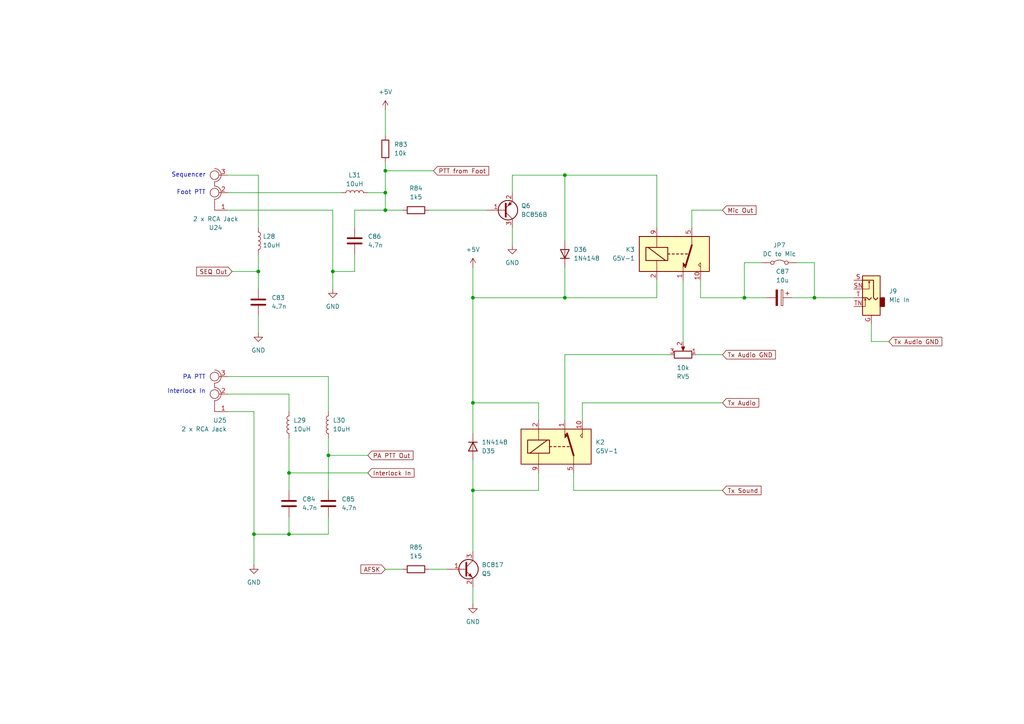
<source format=kicad_sch>
(kicad_sch (version 20231120) (generator "eeschema") (generator_version "8.0")
  (paper "A4")
  (title_block (rev "0.1"))
  (lib_symbols
    (symbol "Connector_Audio:AudioJack2_Ground_Switch"
      (property "Reference" "J" (at 0 11.43 0))
      (property "Value" "AudioJack2_Ground_Switch" (at 0 8.89 0))
      (symbol "AudioJack2_Ground_Switch_0_1"
        (rectangle (start -2.54 -2.54) (end -3.81 0) (stroke (width 0.254)) (fill (type outline)))
        (rectangle (start 2.54 6.35) (end -2.54 -5.08) (stroke (width 0.254)) (fill (type background)))
      )
      (symbol "AudioJack2_Ground_Switch_1_1"
        (polyline (pts (xy 0.635 4.826) (xy 0.889 4.318)))
        (polyline (pts (xy 1.778 -0.254) (xy 2.032 -0.762)))
        (polyline (pts (xy 0 0) (xy 0.635 -0.635) (xy 1.27 0) (xy 2.54 0)) (stroke (width 0.254)))
        (polyline (pts (xy 2.54 -2.54) (xy 1.778 -2.54) (xy 1.778 -0.254) (xy 1.524 -0.762)))
        (polyline (pts (xy 2.54 2.54) (xy 0.635 2.54) (xy 0.635 4.826) (xy 0.381 4.318)))
        (polyline (pts (xy 2.54 5.08) (xy -0.635 5.08) (xy -0.635 0) (xy -1.27 -0.635) (xy -1.905 0)) (stroke (width 0.254)))
        (pin passive line (at 0 -7.62 90) (length 2.54) (name "~") (number "G"))
        (pin passive line (at 5.08 5.08 180) (length 2.54) (name "~") (number "S"))
        (pin passive line (at 5.08 2.54 180) (length 2.54) (name "~") (number "SN"))
        (pin passive line (at 5.08 0 180) (length 2.54) (name "~") (number "T"))
        (pin passive line (at 5.08 -2.54 180) (length 2.54) (name "~") (number "TN"))
      )
    )
    (symbol "Device:C" (pin_numbers hide) (pin_names (offset 0.254))
      (property "Reference" "C" (at 0.635 2.54 0))
      (property "Value" "C" (at 0.635 -2.54 0))
      (symbol "C_0_1"
        (polyline (pts (xy -2.032 -0.762) (xy 2.032 -0.762)) (stroke (width 0.508)))
        (polyline (pts (xy -2.032 0.762) (xy 2.032 0.762)) (stroke (width 0.508)))
      )
      (symbol "C_1_1"
        (pin passive line (at 0 3.81 270) (length 2.794) (name "~") (number "1"))
        (pin passive line (at 0 -3.81 90) (length 2.794) (name "~") (number "2"))
      )
    )
    (symbol "Device:C_Polarized" (pin_numbers hide) (pin_names (offset 0.254))
      (property "Reference" "C" (at 0.635 2.54 0))
      (property "Value" "C_Polarized" (at 0.635 -2.54 0))
      (symbol "C_Polarized_0_1"
        (rectangle (start -2.286 0.508) (end 2.286 1.016))
        (polyline (pts (xy -1.778 2.286) (xy -0.762 2.286)))
        (polyline (pts (xy -1.27 2.794) (xy -1.27 1.778)))
        (rectangle (start 2.286 -0.508) (end -2.286 -1.016) (fill (type outline)))
      )
      (symbol "C_Polarized_1_1"
        (pin passive line (at 0 3.81 270) (length 2.794) (name "~") (number "1"))
        (pin passive line (at 0 -3.81 90) (length 2.794) (name "~") (number "2"))
      )
    )
    (symbol "Device:L" (pin_numbers hide) (pin_names (offset 1.016) hide)
      (property "Reference" "L" (at -1.27 0 90))
      (property "Value" "L" (at 1.905 0 90))
      (symbol "L_0_1"
        (arc (start 0 -2.54) (mid 0.6323 -1.905) (end 0 -1.27))
        (arc (start 0 -1.27) (mid 0.6323 -0.635) (end 0 0))
        (arc (start 0 0) (mid 0.6323 0.635) (end 0 1.27))
        (arc (start 0 1.27) (mid 0.6323 1.905) (end 0 2.54))
      )
      (symbol "L_1_1"
        (pin passive line (at 0 3.81 270) (length 1.27) (name "1") (number "1"))
        (pin passive line (at 0 -3.81 90) (length 1.27) (name "2") (number "2"))
      )
    )
    (symbol "Device:R" (pin_numbers hide) (pin_names (offset 0))
      (property "Reference" "R" (at 2.032 0 90))
      (property "Value" "R" (at 0 0 90))
      (symbol "R_0_1"
        (rectangle (start -1.016 -2.54) (end 1.016 2.54) (stroke (width 0.254)))
      )
      (symbol "R_1_1"
        (pin passive line (at 0 3.81 270) (length 1.27) (name "~") (number "1"))
        (pin passive line (at 0 -3.81 90) (length 1.27) (name "~") (number "2"))
      )
    )
    (symbol "Device:R_Potentiometer" (pin_names (offset 1.016) hide)
      (property "Reference" "RV" (at -4.445 0 90))
      (property "Value" "R_Potentiometer" (at -2.54 0 90))
      (symbol "R_Potentiometer_0_1"
        (polyline (pts (xy 2.54 0) (xy 1.524 0)))
        (polyline (pts (xy 1.143 0) (xy 2.286 0.508) (xy 2.286 -0.508) (xy 1.143 0)) (fill (type outline)))
        (rectangle (start 1.016 2.54) (end -1.016 -2.54) (stroke (width 0.254)))
      )
      (symbol "R_Potentiometer_1_1"
        (pin passive line (at 0 3.81 270) (length 1.27) (name "1") (number "1"))
        (pin passive line (at 3.81 0 180) (length 1.27) (name "2") (number "2"))
        (pin passive line (at 0 -3.81 90) (length 1.27) (name "3") (number "3"))
      )
    )
    (symbol "Diode:1N4148" (pin_numbers hide) (pin_names hide)
      (property "Reference" "D" (at 0 2.54 0))
      (property "Value" "1N4148" (at 0 -2.54 0))
      (symbol "1N4148_0_1"
        (polyline (pts (xy -1.27 1.27) (xy -1.27 -1.27)) (stroke (width 0.254)))
        (polyline (pts (xy 1.27 0) (xy -1.27 0)))
        (polyline (pts (xy 1.27 1.27) (xy 1.27 -1.27) (xy -1.27 0) (xy 1.27 1.27)) (stroke (width 0.254)))
      )
      (symbol "1N4148_1_1"
        (pin passive line (at -3.81 0 0) (length 2.54) (name "K") (number "1"))
        (pin passive line (at 3.81 0 180) (length 2.54) (name "A") (number "2"))
      )
    )
    (symbol "Jumper:Jumper_2_Bridged" (pin_numbers hide) (pin_names (offset 0) hide) (exclude_from_sim yes)
      (property "Reference" "JP" (at 0 1.905 0))
      (property "Value" "Jumper_2_Bridged" (at 0 -2.54 0))
      (symbol "Jumper_2_Bridged_0_0"
        (circle (center -2.032 0) (radius 0.508))
        (circle (center 2.032 0) (radius 0.508))
      )
      (symbol "Jumper_2_Bridged_0_1"
        (arc (start 1.524 0.254) (mid 0 0.762) (end -1.524 0.254))
      )
      (symbol "Jumper_2_Bridged_1_1"
        (pin passive line (at -5.08 0 0) (length 2.54) (name "A") (number "1"))
        (pin passive line (at 5.08 0 180) (length 2.54) (name "B") (number "2"))
      )
    )
    (symbol "My_Parts:Dual_RCA_Jack"
      (property "Reference" "U" (at -3.556 -13.462 0))
      (property "Value" "2 x RCA Jack" (at -3.81 -15.748 0))
      (symbol "Dual_RCA_Jack_0_1"
        (arc (start -3.81 -12.065) (mid -2.463 -11.507) (end -1.905 -10.16))
        (circle (center -3.81 -10.16) (radius 1.27))
        (arc (start -3.81 -6.985) (mid -2.463 -6.427) (end -1.905 -5.08))
        (circle (center -3.81 -5.08) (radius 1.27))
        (arc (start -1.905 -10.16) (mid -2.463 -8.813) (end -3.81 -8.255))
        (arc (start -1.905 -5.08) (mid -2.463 -3.733) (end -3.81 -3.175))
        (polyline (pts (xy -3.81 -8.255) (xy -3.81 -7.62)))
        (polyline (pts (xy -3.81 -6.985) (xy -3.81 -7.62)))
        (polyline (pts (xy -2.54 0) (xy -3.81 0) (xy -3.81 -3.175)))
      )
      (symbol "Dual_RCA_Jack_1_1"
        (pin bidirectional line (at 0 0 180) (length 2.54) (name "") (number "1"))
        (pin bidirectional line (at 0 -5.08 180) (length 2.54) (name "") (number "2"))
        (pin bidirectional line (at 0 -10.16 180) (length 2.54) (name "") (number "3"))
      )
    )
    (symbol "Relay:G5V-1"
      (property "Reference" "K" (at 11.43 3.81 0))
      (property "Value" "G5V-1" (at 11.43 1.27 0))
      (symbol "G5V-1_0_0"
        (polyline (pts (xy 7.62 5.08) (xy 7.62 2.54) (xy 6.985 3.175) (xy 7.62 3.81)))
      )
      (symbol "G5V-1_0_1"
        (rectangle (start -10.16 5.08) (end 10.16 -5.08) (stroke (width 0.254)) (fill (type background)))
        (rectangle (start -8.255 1.905) (end -1.905 -1.905) (stroke (width 0.254)))
        (polyline (pts (xy -7.62 -1.905) (xy -2.54 1.905)) (stroke (width 0.254)))
        (polyline (pts (xy -5.08 -5.08) (xy -5.08 -1.905)))
        (polyline (pts (xy -5.08 5.08) (xy -5.08 1.905)))
        (polyline (pts (xy -1.905 0) (xy -1.27 0)) (stroke (width 0.254)))
        (polyline (pts (xy -0.635 0) (xy 0 0)) (stroke (width 0.254)))
        (polyline (pts (xy 0.635 0) (xy 1.27 0)) (stroke (width 0.254)))
        (polyline (pts (xy 1.905 0) (xy 2.54 0)) (stroke (width 0.254)))
        (polyline (pts (xy 3.175 0) (xy 3.81 0)) (stroke (width 0.254)))
        (polyline (pts (xy 5.08 -2.54) (xy 3.175 3.81)) (stroke (width 0.508)))
        (polyline (pts (xy 5.08 -2.54) (xy 5.08 -5.08)))
        (polyline (pts (xy 2.54 5.08) (xy 2.54 2.54) (xy 3.175 3.175) (xy 2.54 3.81)) (fill (type outline)))
      )
      (symbol "G5V-1_1_1"
        (pin passive line (at 2.54 7.62 270) (length 2.54) (name "~") (number "1"))
        (pin passive line (at 7.62 7.62 270) (length 2.54) (name "~") (number "10"))
        (pin passive line (at -5.08 7.62 270) (length 2.54) (name "~") (number "2"))
        (pin passive line (at 5.08 -7.62 90) (length 2.54) (name "~") (number "5"))
        (pin passive line (at 5.08 -7.62 90) (length 2.54) hide (name "~") (number "6"))
        (pin passive line (at -5.08 -7.62 90) (length 2.54) (name "~") (number "9"))
      )
    )
    (symbol "Transistor_BJT:BC817" (pin_names (offset 0) hide)
      (property "Reference" "Q" (at 5.08 1.905 0))
      (property "Value" "BC817" (at 5.08 0 0))
      (symbol "BC817_0_1"
        (polyline (pts (xy 0.635 0.635) (xy 2.54 2.54)))
        (polyline (pts (xy 0.635 -0.635) (xy 2.54 -2.54) (xy 2.54 -2.54)))
        (polyline (pts (xy 0.635 1.905) (xy 0.635 -1.905) (xy 0.635 -1.905)) (stroke (width 0.508)))
        (polyline (pts (xy 1.27 -1.778) (xy 1.778 -1.27) (xy 2.286 -2.286) (xy 1.27 -1.778) (xy 1.27 -1.778)) (fill (type outline)))
        (circle (center 1.27 0) (radius 2.8194) (stroke (width 0.254)))
      )
      (symbol "BC817_1_1"
        (pin input line (at -5.08 0 0) (length 5.715) (name "B") (number "1"))
        (pin passive line (at 2.54 -5.08 90) (length 2.54) (name "E") (number "2"))
        (pin passive line (at 2.54 5.08 270) (length 2.54) (name "C") (number "3"))
      )
    )
    (symbol "Transistor_BJT:BC856" (pin_names (offset 0) hide)
      (property "Reference" "Q" (at 5.08 1.905 0))
      (property "Value" "BC856" (at 5.08 0 0))
      (symbol "BC856_0_1"
        (polyline (pts (xy 0.635 0.635) (xy 2.54 2.54)))
        (polyline (pts (xy 0.635 -0.635) (xy 2.54 -2.54) (xy 2.54 -2.54)))
        (polyline (pts (xy 0.635 1.905) (xy 0.635 -1.905) (xy 0.635 -1.905)) (stroke (width 0.508)))
        (polyline (pts (xy 2.286 -1.778) (xy 1.778 -2.286) (xy 1.27 -1.27) (xy 2.286 -1.778) (xy 2.286 -1.778)) (fill (type outline)))
        (circle (center 1.27 0) (radius 2.8194) (stroke (width 0.254)))
      )
      (symbol "BC856_1_1"
        (pin input line (at -5.08 0 0) (length 5.715) (name "B") (number "1"))
        (pin passive line (at 2.54 -5.08 90) (length 2.54) (name "E") (number "2"))
        (pin passive line (at 2.54 5.08 270) (length 2.54) (name "C") (number "3"))
      )
    )
    (symbol "power:+5V" (power) (pin_numbers hide) (pin_names (offset 0) hide)
      (property "Value" "+5V" (at 0 3.556 0))
      (symbol "+5V_0_1"
        (polyline (pts (xy -0.762 1.27) (xy 0 2.54)))
        (polyline (pts (xy 0 0) (xy 0 2.54)))
        (polyline (pts (xy 0 2.54) (xy 0.762 1.27)))
      )
      (symbol "+5V_1_1"
        (pin power_in line (at 0 0 90) (length 0) (name "~") (number "1"))
      )
    )
    (symbol "power:GND" (power) (pin_numbers hide) (pin_names (offset 0) hide)
      (property "Value" "GND" (at 0 -3.81 0))
      (symbol "GND_0_1"
        (polyline (pts (xy 0 0) (xy 0 -1.27) (xy 1.27 -1.27) (xy 0 -2.54) (xy -1.27 -1.27) (xy 0 -1.27)))
      )
      (symbol "GND_1_1"
        (pin power_in line (at 0 0 270) (length 0) (name "~") (number "1"))
      )
    )
  )
  (junction (at 111.76 49.53))
  (junction (at 83.82 137.16))
  (junction (at 236.22 86.36))
  (junction (at 74.93 78.74))
  (junction (at 215.9 86.36))
  (junction (at 73.66 154.94))
  (junction (at 137.16 86.36))
  (junction (at 163.83 86.36))
  (junction (at 137.16 116.84))
  (junction (at 111.76 60.96))
  (junction (at 111.76 55.88))
  (junction (at 95.25 132.08))
  (junction (at 137.16 142.24))
  (junction (at 163.83 50.8))
  (junction (at 96.52 78.74))
  (junction (at 83.82 154.94))
  (wire (pts (xy 137.16 142.24) (xy 137.16 160.02)))
  (wire (pts (xy 137.16 170.18) (xy 137.16 175.26)))
  (wire (pts (xy 111.76 31.75) (xy 111.76 39.37)))
  (wire (pts (xy 95.25 127) (xy 95.25 132.08)))
  (wire (pts (xy 148.59 55.88) (xy 148.59 50.8)))
  (wire (pts (xy 124.46 165.1) (xy 129.54 165.1)))
  (wire (pts (xy 96.52 60.96) (xy 96.52 78.74)))
  (wire (pts (xy 83.82 149.86) (xy 83.82 154.94)))
  (wire (pts (xy 137.16 116.84) (xy 156.21 116.84)))
  (wire (pts (xy 83.82 119.38) (xy 83.82 114.3)))
  (wire (pts (xy 215.9 76.2) (xy 215.9 86.36)))
  (wire (pts (xy 257.81 99.06) (xy 252.73 99.06)))
  (wire (pts (xy 73.66 119.38) (xy 73.66 154.94)))
  (wire (pts (xy 83.82 114.3) (xy 66.04 114.3)))
  (wire (pts (xy 96.52 78.74) (xy 102.87 78.74)))
  (wire (pts (xy 83.82 137.16) (xy 83.82 142.24)))
  (wire (pts (xy 215.9 86.36) (xy 222.25 86.36)))
  (wire (pts (xy 236.22 86.36) (xy 247.65 86.36)))
  (wire (pts (xy 201.93 102.87) (xy 209.55 102.87)))
  (wire (pts (xy 148.59 66.04) (xy 148.59 71.12)))
  (wire (pts (xy 124.46 60.96) (xy 140.97 60.96)))
  (wire (pts (xy 67.31 78.74) (xy 74.93 78.74)))
  (wire (pts (xy 190.5 50.8) (xy 190.5 66.04)))
  (wire (pts (xy 66.04 119.38) (xy 73.66 119.38)))
  (wire (pts (xy 102.87 73.66) (xy 102.87 78.74)))
  (wire (pts (xy 252.73 99.06) (xy 252.73 93.98)))
  (wire (pts (xy 111.76 165.1) (xy 116.84 165.1)))
  (wire (pts (xy 111.76 49.53) (xy 125.73 49.53)))
  (wire (pts (xy 168.91 121.92) (xy 168.91 116.84)))
  (wire (pts (xy 236.22 76.2) (xy 236.22 86.36)))
  (wire (pts (xy 209.55 60.96) (xy 200.66 60.96)))
  (wire (pts (xy 111.76 49.53) (xy 111.76 55.88)))
  (wire (pts (xy 148.59 50.8) (xy 163.83 50.8)))
  (wire (pts (xy 163.83 102.87) (xy 194.31 102.87)))
  (wire (pts (xy 166.37 142.24) (xy 166.37 137.16)))
  (wire (pts (xy 156.21 142.24) (xy 137.16 142.24)))
  (wire (pts (xy 116.84 60.96) (xy 111.76 60.96)))
  (wire (pts (xy 198.12 81.28) (xy 198.12 99.06)))
  (wire (pts (xy 200.66 60.96) (xy 200.66 66.04)))
  (wire (pts (xy 73.66 154.94) (xy 73.66 163.83)))
  (wire (pts (xy 102.87 60.96) (xy 102.87 66.04)))
  (wire (pts (xy 220.98 76.2) (xy 215.9 76.2)))
  (wire (pts (xy 137.16 125.73) (xy 137.16 116.84)))
  (wire (pts (xy 111.76 55.88) (xy 111.76 60.96)))
  (wire (pts (xy 74.93 50.8) (xy 74.93 66.04)))
  (wire (pts (xy 111.76 46.99) (xy 111.76 49.53)))
  (wire (pts (xy 106.68 137.16) (xy 83.82 137.16)))
  (wire (pts (xy 163.83 77.47) (xy 163.83 86.36)))
  (wire (pts (xy 66.04 109.22) (xy 95.25 109.22)))
  (wire (pts (xy 156.21 137.16) (xy 156.21 142.24)))
  (wire (pts (xy 95.25 109.22) (xy 95.25 119.38)))
  (wire (pts (xy 137.16 86.36) (xy 163.83 86.36)))
  (wire (pts (xy 74.93 78.74) (xy 74.93 83.82)))
  (wire (pts (xy 106.68 55.88) (xy 111.76 55.88)))
  (wire (pts (xy 163.83 121.92) (xy 163.83 102.87)))
  (wire (pts (xy 137.16 86.36) (xy 137.16 116.84)))
  (wire (pts (xy 73.66 154.94) (xy 83.82 154.94)))
  (wire (pts (xy 96.52 78.74) (xy 96.52 83.82)))
  (wire (pts (xy 203.2 86.36) (xy 215.9 86.36)))
  (wire (pts (xy 74.93 73.66) (xy 74.93 78.74)))
  (wire (pts (xy 95.25 132.08) (xy 95.25 142.24)))
  (wire (pts (xy 231.14 76.2) (xy 236.22 76.2)))
  (wire (pts (xy 95.25 132.08) (xy 106.68 132.08)))
  (wire (pts (xy 66.04 55.88) (xy 99.06 55.88)))
  (wire (pts (xy 137.16 77.47) (xy 137.16 86.36)))
  (wire (pts (xy 83.82 154.94) (xy 95.25 154.94)))
  (wire (pts (xy 111.76 60.96) (xy 102.87 60.96)))
  (wire (pts (xy 168.91 116.84) (xy 209.55 116.84)))
  (wire (pts (xy 137.16 133.35) (xy 137.16 142.24)))
  (wire (pts (xy 203.2 81.28) (xy 203.2 86.36)))
  (wire (pts (xy 163.83 50.8) (xy 190.5 50.8)))
  (wire (pts (xy 156.21 116.84) (xy 156.21 121.92)))
  (wire (pts (xy 163.83 86.36) (xy 190.5 86.36)))
  (wire (pts (xy 83.82 127) (xy 83.82 137.16)))
  (wire (pts (xy 95.25 149.86) (xy 95.25 154.94)))
  (wire (pts (xy 229.87 86.36) (xy 236.22 86.36)))
  (wire (pts (xy 190.5 81.28) (xy 190.5 86.36)))
  (wire (pts (xy 74.93 91.44) (xy 74.93 96.52)))
  (wire (pts (xy 209.55 142.24) (xy 166.37 142.24)))
  (wire (pts (xy 66.04 60.96) (xy 96.52 60.96)))
  (wire (pts (xy 163.83 69.85) (xy 163.83 50.8)))
  (wire (pts (xy 66.04 50.8) (xy 74.93 50.8)))
  (text "Sequencer" (at 59.69 50.8 0) (effects (font (size 1.27 1.27)) (justify right)))
  (text "Foot PTT" (at 59.69 55.88 0) (effects (font (size 1.27 1.27)) (justify right)))
  (text "PA PTT" (at 59.69 109.474 0) (effects (font (size 1.27 1.27)) (justify right)))
  (text "Interlock In" (at 59.69 114.3 0) (effects (font (size 1.27 1.27)) (justify right bottom)))
  (global_label "Mic Out" (shape input) (at 209.55 60.96 0) (property "Intersheetrefs" "${INTERSHEET_REFS}" (effects (hide yes))))
  (global_label "AFSK" (shape input) (at 111.76 165.1 180) (property "Intersheetrefs" "${INTERSHEET_REFS}" (effects (hide yes))))
  (global_label "Tx Audio" (shape input) (at 209.55 116.84 0) (property "Intersheetrefs" "${INTERSHEET_REFS}" (effects (hide yes))))
  (global_label "Tx Audio GND" (shape input) (at 257.81 99.06 0) (property "Intersheetrefs" "${INTERSHEET_REFS}" (effects (hide yes))))
  (global_label "PA PTT Out" (shape input) (at 106.68 132.08 0) (property "Intersheetrefs" "${INTERSHEET_REFS}" (effects (hide yes))))
  (global_label "PTT from Foot" (shape input) (at 125.73 49.53 0) (property "Intersheetrefs" "${INTERSHEET_REFS}" (effects (hide yes))))
  (global_label "Interlock In" (shape input) (at 106.68 137.16 0) (property "Intersheetrefs" "${INTERSHEET_REFS}" (effects (hide yes))))
  (global_label "Tx Audio GND" (shape input) (at 209.55 102.87 0) (property "Intersheetrefs" "${INTERSHEET_REFS}" (effects (hide yes))))
  (global_label "Tx Sound" (shape input) (at 209.55 142.24 0) (property "Intersheetrefs" "${INTERSHEET_REFS}" (effects (hide yes))))
  (global_label "SEQ Out" (shape input) (at 67.31 78.74 180) (property "Intersheetrefs" "${INTERSHEET_REFS}" (effects (hide yes))))
  (symbol (lib_id "power:GND") (at 137.16 175.26 0) (unit 1)
    (property "Reference" "#PWR89" (effects (hide yes)))
    (property "Value" "GND" (at 137.16 180.34 0))
    (property "Description" "Power symbol creates a global label with name \"GND\" , ground" (effects (hide yes)))
  )
  (symbol (lib_id "Diode:1N4148") (at 137.16 129.54 90) (mirror x) (unit 1)
    (property "Reference" "D35" (at 139.7 130.8101 90) (effects (justify right)))
    (property "Value" "1N4148" (at 139.7 128.2701 90) (effects (justify right)))
    (property "Footprint" "Diode_SMD:D_SOD-523" (effects (hide yes)))
    (property "Datasheet" "https://assets.nexperia.com/documents/data-sheet/1N4148_1N4448.pdf" (effects (hide yes)))
    (property "Description" "100V 0.15A standard switching diode, DO-35" (effects (hide yes)))
    (property "Sim.Device" "D" (effects (hide yes)))
    (property "Sim.Pins" "1=K 2=A" (effects (hide yes)))
  )
  (symbol (lib_id "power:+5V") (at 111.76 31.75 0) (unit 1)
    (property "Reference" "#PWR87" (effects (hide yes)))
    (property "Value" "+5V" (at 111.76 26.67 0))
    (property "Description" "Power symbol creates a global label with name \"+5V\"" (effects (hide yes)))
  )
  (symbol (lib_id "Transistor_BJT:BC856") (at 146.05 60.96 0) (mirror x) (unit 1)
    (property "Reference" "Q6" (at 151.13 59.6899 0) (effects (justify left)))
    (property "Value" "BC856B" (at 151.13 62.2299 0) (effects (justify left)))
    (property "Footprint" "Package_TO_SOT_SMD:SOT-23-3" (effects (hide yes)))
    (property "Datasheet" "https://www.onsemi.com/pub/Collateral/BC860-D.pdf" (effects (hide yes)))
    (property "Description" "0.1A Ic, 65V Vce, PNP Transistor, SOT-23" (effects (hide yes)))
    (property "MPN" "C85077" (effects (hide yes)))
  )
  (symbol (lib_id "Connector_Audio:AudioJack2_Ground_Switch") (at 252.73 86.36 0) (mirror y) (unit 1)
    (property "Reference" "J9" (at 257.81 84.4549 0) (effects (justify right)))
    (property "Value" "Mic In" (at 257.81 86.9949 0) (effects (justify right)))
    (property "Footprint" "MyFootprints:3,5mm Jack Panel Socket 3-pole Switch large" (effects (hide yes)))
    (property "Description" "Audio Jack, 2 Poles (Mono / TS), Grounded Sleeve, Switched Pole (Normalling)" (effects (hide yes)))
  )
  (symbol (lib_id "My_Parts:Dual_RCA_Jack") (at 66.04 60.96 0) (mirror x) (unit 1)
    (property "Reference" "U24" (at 62.5475 66.04 0))
    (property "Value" "2 x RCA Jack" (at 62.5475 63.5 0))
    (property "Footprint" "MyFootprints:pro-signal PSG01550 Dual 2× RCA Phono SocketRight Angle PCB" (effects (hide yes)))
  )
  (symbol (lib_id "Device:C_Polarized") (at 226.06 86.36 270) (unit 1)
    (property "Reference" "C87" (at 226.949 78.74 90))
    (property "Value" "10u" (at 226.949 81.28 90))
    (property "Footprint" "Capacitor_SMD:CP_Elec_4x5.4" (effects (hide yes)))
    (property "Description" "Polarized capacitor" (effects (hide yes)))
    (property "MPN" "C2029" (effects (hide yes)))
  )
  (symbol (lib_id "Diode:1N4148") (at 163.83 73.66 90) (unit 1)
    (property "Reference" "D36" (at 166.37 72.3899 90) (effects (justify right)))
    (property "Value" "1N4148" (at 166.37 74.9299 90) (effects (justify right)))
    (property "Footprint" "Diode_SMD:D_SOD-523" (effects (hide yes)))
    (property "Datasheet" "https://assets.nexperia.com/documents/data-sheet/1N4148_1N4448.pdf" (effects (hide yes)))
    (property "Description" "100V 0.15A standard switching diode, DO-35" (effects (hide yes)))
    (property "Sim.Device" "D" (effects (hide yes)))
    (property "Sim.Pins" "1=K 2=A" (effects (hide yes)))
  )
  (symbol (lib_id "Device:R") (at 120.65 60.96 90) (unit 1)
    (property "Reference" "R84" (at 120.65 54.61 90))
    (property "Value" "1k5" (at 120.65 57.15 90))
    (property "Footprint" "Resistor_SMD:R_0201_0603Metric" (effects (hide yes)))
    (property "Description" "Resistor" (effects (hide yes)))
    (property "MPN" "C22843" (effects (hide yes)))
  )
  (symbol (lib_id "Jumper:Jumper_2_Bridged") (at 226.06 76.2 0) (unit 1) (exclude_from_sim yes)
    (property "Reference" "JP7" (at 226.06 71.12 0))
    (property "Value" "DC to Mic" (at 226.06 73.66 0))
    (property "Footprint" "Connector_PinHeader_2.54mm:PinHeader_1x02_P2.54mm_Vertical" (effects (hide yes)))
    (property "Description" "Jumper, 2-pole, closed/bridged" (effects (hide yes)))
  )
  (symbol (lib_id "Device:L") (at 95.25 123.19 180) (unit 1)
    (property "Reference" "L30" (at 96.52 121.9199 0) (effects (justify right)))
    (property "Value" "10uH" (at 96.52 124.4599 0) (effects (justify right)))
    (property "Footprint" "Inductor_SMD:L_0201_0603Metric" (effects (hide yes)))
    (property "Description" "Inductor" (effects (hide yes)))
    (property "MPN" "C1035" (effects (hide yes)))
  )
  (symbol (lib_id "Device:L") (at 102.87 55.88 90) (unit 1)
    (property "Reference" "L31" (at 102.87 50.8 90))
    (property "Value" "10uH" (at 102.87 53.34 90))
    (property "Footprint" "Inductor_SMD:L_0201_0603Metric" (effects (hide yes)))
    (property "Description" "Inductor" (effects (hide yes)))
    (property "MPN" "C1035" (effects (hide yes)))
  )
  (symbol (lib_id "Device:C") (at 83.82 146.05 0) (unit 1)
    (property "Reference" "C84" (at 87.63 144.7799 0) (effects (justify left)))
    (property "Value" "4.7n" (at 87.63 147.3199 0) (effects (justify left)))
    (property "Footprint" "Capacitor_SMD:C_0201_0603Metric" (effects (hide yes)))
    (property "Description" "Unpolarized capacitor" (effects (hide yes)))
    (property "MPN" "C1621" (effects (hide yes)))
  )
  (symbol (lib_id "Device:C") (at 95.25 146.05 0) (unit 1)
    (property "Reference" "C85" (at 99.06 144.7799 0) (effects (justify left)))
    (property "Value" "4.7n" (at 99.06 147.3199 0) (effects (justify left)))
    (property "Footprint" "Capacitor_SMD:C_0201_0603Metric" (effects (hide yes)))
    (property "Description" "Unpolarized capacitor" (effects (hide yes)))
    (property "MPN" "C1621" (effects (hide yes)))
  )
  (symbol (lib_id "Device:L") (at 83.82 123.19 180) (unit 1)
    (property "Reference" "L29" (at 85.09 121.9199 0) (effects (justify right)))
    (property "Value" "10uH" (at 85.09 124.4599 0) (effects (justify right)))
    (property "Footprint" "Inductor_SMD:L_0201_0603Metric" (effects (hide yes)))
    (property "Description" "Inductor" (effects (hide yes)))
    (property "MPN" "C1035" (effects (hide yes)))
  )
  (symbol (lib_id "power:+5V") (at 137.16 77.47 0) (unit 1)
    (property "Reference" "#PWR88" (effects (hide yes)))
    (property "Value" "+5V" (at 137.16 72.39 0))
    (property "Description" "Power symbol creates a global label with name \"+5V\"" (effects (hide yes)))
  )
  (symbol (lib_id "Relay:G5V-1") (at 161.29 129.54 0) (unit 1)
    (property "Reference" "K2" (at 172.72 128.2699 0) (effects (justify left)))
    (property "Value" "G5V-1" (at 172.72 130.8099 0) (effects (justify left)))
    (property "Footprint" "Relay_THT:Relay_SPDT_Omron_G5V-1" (effects (hide yes)))
    (property "Datasheet" "http://omronfs.omron.com/en_US/ecb/products/pdf/en-g5v_1.pdf" (effects (hide yes)))
    (property "Description" "Ultra-miniature, Highly Sensitive SPDT Relay for Signal Circuits" (effects (hide yes)))
  )
  (symbol (lib_id "Relay:G5V-1") (at 195.58 73.66 0) (mirror x) (unit 1)
    (property "Reference" "K3" (at 184.15 72.3899 0) (effects (justify right)))
    (property "Value" "G5V-1" (at 184.15 74.9299 0) (effects (justify right)))
    (property "Footprint" "Relay_THT:Relay_SPDT_Omron_G5V-1" (effects (hide yes)))
    (property "Datasheet" "http://omronfs.omron.com/en_US/ecb/products/pdf/en-g5v_1.pdf" (effects (hide yes)))
    (property "Description" "Ultra-miniature, Highly Sensitive SPDT Relay for Signal Circuits" (effects (hide yes)))
  )
  (symbol (lib_id "power:GND") (at 73.66 163.83 0) (unit 1)
    (property "Reference" "#PWR84" (effects (hide yes)))
    (property "Value" "GND" (at 73.66 168.91 0))
    (property "Description" "Power symbol creates a global label with name \"GND\" , ground" (effects (hide yes)))
  )
  (symbol (lib_id "My_Parts:Dual_RCA_Jack") (at 66.04 119.38 0) (mirror x) (unit 1)
    (property "Reference" "U25" (at 65.786 121.92 0) (effects (justify right)))
    (property "Value" "2 x RCA Jack" (at 65.786 124.46 0) (effects (justify right)))
    (property "Footprint" "MyFootprints:pro-signal PSG01550 Dual 2× RCA Phono SocketRight Angle PCB" (effects (hide yes)))
  )
  (symbol (lib_id "Device:C") (at 74.93 87.63 0) (unit 1)
    (property "Reference" "C83" (at 78.74 86.3599 0) (effects (justify left)))
    (property "Value" "4.7n" (at 78.74 88.8999 0) (effects (justify left)))
    (property "Footprint" "Capacitor_SMD:C_0201_0603Metric" (effects (hide yes)))
    (property "Description" "Unpolarized capacitor" (effects (hide yes)))
    (property "MPN" "C1621" (effects (hide yes)))
  )
  (symbol (lib_id "Device:R") (at 111.76 43.18 0) (unit 1)
    (property "Reference" "R83" (at 114.3 41.9099 0) (effects (justify left)))
    (property "Value" "10k" (at 114.3 44.4499 0) (effects (justify left)))
    (property "Footprint" "Resistor_SMD:R_0201_0603Metric" (effects (hide yes)))
    (property "Description" "Resistor" (effects (hide yes)))
    (property "MPN" "C15401" (effects (hide yes)))
  )
  (symbol (lib_id "Device:L") (at 74.93 69.85 0) (unit 1)
    (property "Reference" "L28" (at 76.2 68.5799 0) (effects (justify left)))
    (property "Value" "10uH" (at 76.2 71.1199 0) (effects (justify left)))
    (property "Footprint" "Inductor_SMD:L_0201_0603Metric" (effects (hide yes)))
    (property "Description" "Inductor" (effects (hide yes)))
    (property "MPN" "C1035" (effects (hide yes)))
  )
  (symbol (lib_id "Device:C") (at 102.87 69.85 0) (unit 1)
    (property "Reference" "C86" (at 106.68 68.5799 0) (effects (justify left)))
    (property "Value" "4.7n" (at 106.68 71.1199 0) (effects (justify left)))
    (property "Footprint" "Capacitor_SMD:C_0201_0603Metric" (effects (hide yes)))
    (property "Description" "Unpolarized capacitor" (effects (hide yes)))
    (property "MPN" "C1621" (effects (hide yes)))
  )
  (symbol (lib_id "Device:R") (at 120.65 165.1 90) (unit 1)
    (property "Reference" "R85" (at 120.65 158.75 90))
    (property "Value" "1k5" (at 120.65 161.29 90))
    (property "Footprint" "Resistor_SMD:R_0201_0603Metric" (effects (hide yes)))
    (property "Description" "Resistor" (effects (hide yes)))
    (property "MPN" "C22843" (effects (hide yes)))
  )
  (symbol (lib_id "Device:R_Potentiometer") (at 198.12 102.87 270) (mirror x) (unit 1)
    (property "Reference" "RV5" (at 198.12 109.22 90))
    (property "Value" "10k" (at 198.12 106.68 90))
    (property "Footprint" "MyFootprints:3-pin JST Potentiometer" (effects (hide yes)))
    (property "Description" "Potentiometer" (effects (hide yes)))
  )
  (symbol (lib_id "power:GND") (at 74.93 96.52 0) (unit 1)
    (property "Reference" "#PWR85" (effects (hide yes)))
    (property "Value" "GND" (at 74.93 101.6 0))
    (property "Description" "Power symbol creates a global label with name \"GND\" , ground" (effects (hide yes)))
  )
  (symbol (lib_id "Transistor_BJT:BC817") (at 134.62 165.1 0) (unit 1)
    (property "Reference" "Q5" (at 139.7 166.3701 0) (effects (justify left)))
    (property "Value" "BC817" (at 139.7 163.8301 0) (effects (justify left)))
    (property "Footprint" "Package_TO_SOT_SMD:SOT-23-3" (effects (hide yes)))
    (property "Datasheet" "https://www.onsemi.com/pub/Collateral/BC818-D.pdf" (effects (hide yes)))
    (property "Description" "0.8A Ic, 45V Vce, NPN Transistor, SOT-23" (effects (hide yes)))
    (property "MPN" "C2137" (effects (hide yes)))
  )
  (symbol (lib_id "power:GND") (at 96.52 83.82 0) (unit 1)
    (property "Reference" "#PWR86" (effects (hide yes)))
    (property "Value" "GND" (at 96.52 88.9 0))
    (property "Description" "Power symbol creates a global label with name \"GND\" , ground" (effects (hide yes)))
  )
  (symbol (lib_id "power:GND") (at 148.59 71.12 0) (unit 1)
    (property "Reference" "#PWR90" (effects (hide yes)))
    (property "Value" "GND" (at 148.59 76.2 0))
    (property "Description" "Power symbol creates a global label with name \"GND\" , ground" (effects (hide yes)))
  )
)
</source>
